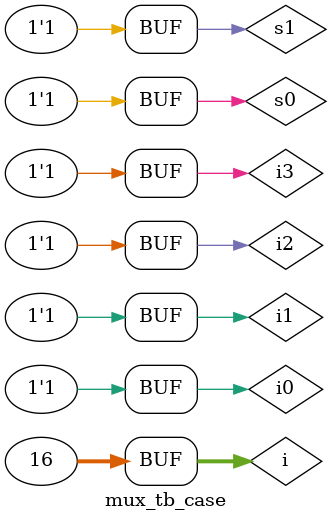
<source format=v>
module mux41_case (i0,i1,i2,i3,s1,s0,out);
    input i0,i1,i2,i3,s1,s0;
    output reg out;
    always @ (*)
        begin
            case ({s1,s0})
                2'b00: out = i0;
                2'b01: out = i1;
                2'b10: out = i2;
                2'b11: out = i3;
            endcase
        end
endmodule

module mux_tb_case;
    reg i0,i1,i2,i3,s1,s0;
    wire out;
    integer i;
    mux41_case tb(i0,i1,i2,i3,s1,s0,out);
    initial begin
        for (i=0; i<=15; i=i+1) 
            begin
                {i0,i1,i2,i3} = i;
                {s1, s0} = 2'b00; #1;
                {s1, s0} = 2'b01; #1;
                {s1, s0} = 2'b10; #1;
                {s1, s0} = 2'b11; #1;
            end
    end
endmodule


</source>
